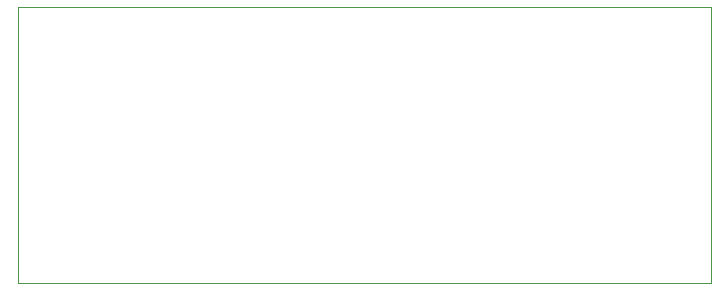
<source format=gbr>
G04 #@! TF.GenerationSoftware,KiCad,Pcbnew,(5.1.4)-1*
G04 #@! TF.CreationDate,2019-09-19T18:51:56-04:00*
G04 #@! TF.ProjectId,power_distribution,706f7765-725f-4646-9973-747269627574,rev?*
G04 #@! TF.SameCoordinates,Original*
G04 #@! TF.FileFunction,Profile,NP*
%FSLAX46Y46*%
G04 Gerber Fmt 4.6, Leading zero omitted, Abs format (unit mm)*
G04 Created by KiCad (PCBNEW (5.1.4)-1) date 2019-09-19 18:51:56*
%MOMM*%
%LPD*%
G04 APERTURE LIST*
%ADD10C,0.050000*%
G04 APERTURE END LIST*
D10*
X144780000Y-98298000D02*
X152908000Y-98298000D01*
X144780000Y-74930000D02*
X144780000Y-98298000D01*
X152908000Y-74930000D02*
X144780000Y-74930000D01*
X203454000Y-74930000D02*
X195072000Y-74930000D01*
X203454000Y-98298000D02*
X203454000Y-74930000D01*
X195072000Y-98298000D02*
X203454000Y-98298000D01*
X152908000Y-74930000D02*
X195072000Y-74930000D01*
X195072000Y-98298000D02*
X152908000Y-98298000D01*
M02*

</source>
